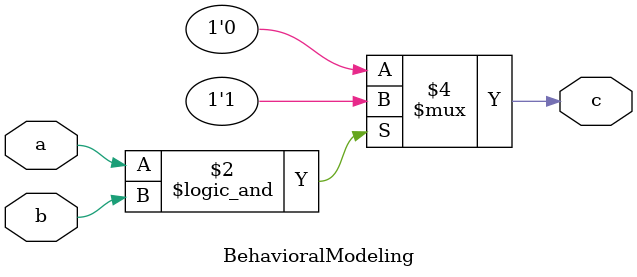
<source format=v>
module BehavioralModeling(input a, b, output c);
  reg c;
  
  always @(a or b) begin
    if (a && b)
      c = 1'b1;
    else
      c = 1'b0;
  end
endmodule
//This Verilog code demonstrates behavioral modeling using the always block. 
//It describes a combinational circuit where c is assigned based on the values of inputs a and b.

</source>
